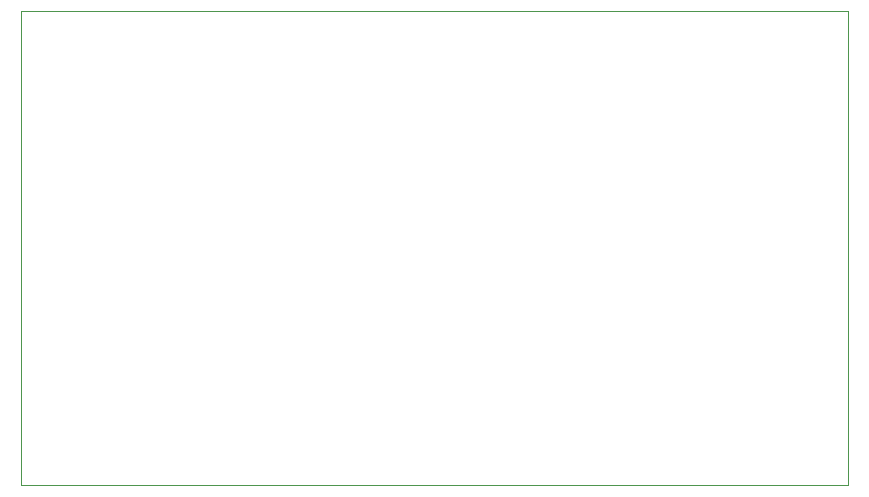
<source format=gbr>
%TF.GenerationSoftware,KiCad,Pcbnew,8.0.4*%
%TF.CreationDate,2025-06-13T09:49:43+02:00*%
%TF.ProjectId,LeoIoT_Goalfinder,4c656f49-6f54-45f4-976f-616c66696e64,01.04 SMD*%
%TF.SameCoordinates,Original*%
%TF.FileFunction,Profile,NP*%
%FSLAX46Y46*%
G04 Gerber Fmt 4.6, Leading zero omitted, Abs format (unit mm)*
G04 Created by KiCad (PCBNEW 8.0.4) date 2025-06-13 09:49:43*
%MOMM*%
%LPD*%
G01*
G04 APERTURE LIST*
%TA.AperFunction,Profile*%
%ADD10C,0.050000*%
%TD*%
G04 APERTURE END LIST*
D10*
X114937500Y-65435000D02*
X184937500Y-65435000D01*
X184937500Y-105515000D01*
X114937500Y-105515000D01*
X114937500Y-65435000D01*
M02*

</source>
